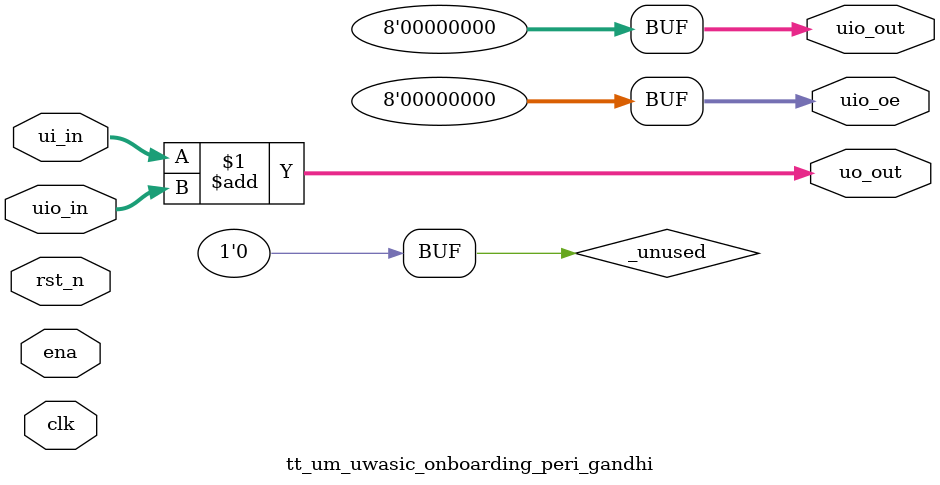
<source format=v>
/*
 * Copyright (c) 2024 Peri Gandhi
 * SPDX-License-Identifier: Apache-2.0
 */

`default_nettype none

module tt_um_uwasic_onboarding_peri_gandhi (
    input  wire [7:0] ui_in,    // Dedicated inputs
    output wire [7:0] uo_out,   // Dedicated outputs
    input  wire [7:0] uio_in,   // IOs: Input path
    output wire [7:0] uio_out,  // IOs: Output path
    output wire [7:0] uio_oe,   // IOs: Enable path (active high: 0=input, 1=output)
    input  wire       ena,      // always 1 when the design is powered, so you can ignore it
    input  wire       clk,      // clock
    input  wire       rst_n     // reset_n - low to reset
);

  // All output pins must be assigned. If not used, assign to 0.
  assign uo_out  = ui_in + uio_in;  // Example: ou_out is the sum of ui_in and uio_in
  assign uio_out = 0;
  assign uio_oe  = 0;

  // List all unused inputs to prevent warnings
  wire _unused = &{ena, clk, rst_n, 1'b0};

endmodule

</source>
